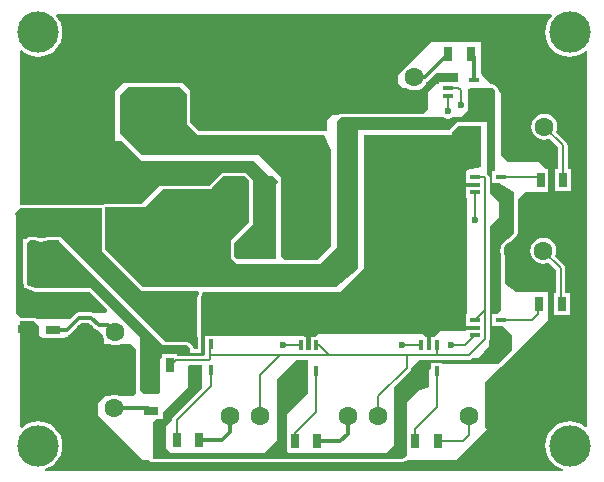
<source format=gbl>
G04 Layer_Physical_Order=2*
G04 Layer_Color=16711680*
%FSLAX44Y44*%
%MOMM*%
G71*
G01*
G75*
%ADD10R,1.3000X0.7000*%
%ADD12C,0.2000*%
%ADD13C,3.5000*%
%ADD14C,1.8000*%
%ADD15R,1.8000X1.8000*%
%ADD16C,1.6000*%
%ADD17C,0.6000*%
%ADD18R,0.7000X1.3000*%
%ADD19R,0.8500X0.3500*%
%ADD20R,0.3500X0.8500*%
%ADD21R,10.7000X8.6000*%
%ADD22R,1.0000X3.4000*%
%ADD23C,0.3000*%
G36*
X459917Y388935D02*
X457872Y386444D01*
X455969Y382883D01*
X454797Y379019D01*
X454401Y375000D01*
X454797Y370981D01*
X455969Y367117D01*
X457872Y363556D01*
X460434Y360434D01*
X463556Y357872D01*
X467117Y355969D01*
X470981Y354797D01*
X475000Y354401D01*
X479019Y354797D01*
X482883Y355969D01*
X486444Y357872D01*
X488508Y359566D01*
X489778Y358966D01*
Y41034D01*
X488508Y40434D01*
X486444Y42128D01*
X482883Y44031D01*
X479019Y45203D01*
X475000Y45599D01*
X470981Y45203D01*
X467117Y44031D01*
X463556Y42128D01*
X460434Y39566D01*
X457872Y36444D01*
X455969Y32883D01*
X454797Y29019D01*
X454401Y25000D01*
X454797Y20981D01*
X455969Y17117D01*
X457872Y13556D01*
X460434Y10434D01*
X463556Y7872D01*
X467117Y5969D01*
X469421Y5270D01*
X469232Y4000D01*
X30768D01*
X30579Y5270D01*
X32883Y5969D01*
X36444Y7872D01*
X39566Y10434D01*
X42128Y13556D01*
X44031Y17117D01*
X45203Y20981D01*
X45599Y25000D01*
X45203Y29019D01*
X44031Y32883D01*
X42128Y36444D01*
X39566Y39566D01*
X36444Y42128D01*
X32883Y44031D01*
X29019Y45203D01*
X25000Y45599D01*
X20981Y45203D01*
X17117Y44031D01*
X13556Y42128D01*
X11048Y40070D01*
X9778Y40670D01*
Y130205D01*
X21778D01*
X25778Y126205D01*
Y119000D01*
X26660Y117000D01*
X28500D01*
Y116500D01*
X47500D01*
Y117000D01*
X50778D01*
X50778Y118701D01*
X51078Y118761D01*
X52567Y119756D01*
X61723Y128912D01*
X68314D01*
X73470Y123756D01*
X74959Y122761D01*
X76536Y122447D01*
X79505Y119478D01*
X79683Y118128D01*
X80792Y115453D01*
X81000Y115181D01*
Y111000D01*
X85798D01*
X87528Y110283D01*
X90400Y109905D01*
X93272Y110283D01*
X95002Y111000D01*
X104000D01*
X107941Y107059D01*
Y72000D01*
X108174Y70830D01*
X108815Y69871D01*
X105000Y67205D01*
X93806D01*
X92572Y67717D01*
X89700Y68095D01*
X86828Y67717D01*
X85594Y67205D01*
X81778D01*
X75778Y61205D01*
Y51222D01*
X113795Y13205D01*
X119099D01*
X119174Y12830D01*
X119837Y11837D01*
X120829Y11174D01*
X122000Y10941D01*
X333000D01*
X333108Y10963D01*
X333217Y10949D01*
X333690Y11078D01*
X334170Y11174D01*
X334262Y11235D01*
X334368Y11264D01*
X338250Y13205D01*
X378778D01*
X404778Y39205D01*
X403778Y40205D01*
X403778Y78778D01*
X416181Y91181D01*
X416233Y91215D01*
X416305Y91234D01*
X416726Y91545D01*
X417163Y91837D01*
X417204Y91899D01*
X417264Y91944D01*
X420440Y95440D01*
X456778Y131778D01*
X456778Y155000D01*
X429862D01*
X420778Y162000D01*
Y194546D01*
X421636Y195664D01*
X423295Y196937D01*
X424384Y197388D01*
X425377Y198051D01*
X430163Y202837D01*
X430826Y203829D01*
X431059Y205000D01*
X431059Y205000D01*
Y233486D01*
X437573Y240000D01*
X455937Y240000D01*
X456000Y240000D01*
X457000Y240500D01*
X457000Y240652D01*
Y259500D01*
X454484D01*
X448778Y265205D01*
X422778D01*
X416778Y271205D01*
X416778Y323222D01*
X415059Y324941D01*
Y326000D01*
X414826Y327170D01*
X414163Y328163D01*
X412163Y330163D01*
X411171Y330826D01*
X410000Y331059D01*
X410000Y331059D01*
X408941D01*
X401250Y338750D01*
Y339250D01*
X400750D01*
X399778Y340222D01*
X399778Y367205D01*
X358205Y367206D01*
X329778Y338778D01*
X329778Y332205D01*
X333778Y328205D01*
X337092D01*
X338153Y327392D01*
X340828Y326283D01*
X343700Y325905D01*
X346572Y326283D01*
X349247Y327392D01*
X351545Y329155D01*
X353308Y331453D01*
X353814Y332673D01*
X354256Y332761D01*
X355744Y333756D01*
X362194Y340205D01*
X380778D01*
Y333205D01*
X380462Y332889D01*
X379250Y332750D01*
Y332750D01*
X364750D01*
Y331205D01*
X361778D01*
X354778Y324205D01*
Y310205D01*
X350632Y306059D01*
X281750Y306059D01*
X281328Y305975D01*
X280899Y305938D01*
X280747Y305859D01*
X280580Y305826D01*
X280222Y305587D01*
X279839Y305389D01*
X279610Y305205D01*
X273928D01*
X269778Y301055D01*
Y291205D01*
X161120D01*
X154059Y298267D01*
Y323000D01*
X154059Y323000D01*
X153826Y324170D01*
X153778Y324242D01*
Y326205D01*
X147778Y332205D01*
X96778D01*
X89778Y325205D01*
Y283205D01*
X95778D01*
X112778Y266205D01*
X207778D01*
X220778Y253205D01*
X223778D01*
X227941Y249042D01*
Y247368D01*
X226778Y246205D01*
Y183205D01*
X193120D01*
X191059Y185267D01*
Y196733D01*
X195163Y200837D01*
X195363Y201137D01*
X195663Y201337D01*
X206163Y211837D01*
X206826Y212829D01*
X207059Y214000D01*
X207059Y214000D01*
Y249000D01*
X206826Y250171D01*
X206163Y251163D01*
X206163Y251163D01*
X202163Y255163D01*
X201171Y255826D01*
X201155Y255829D01*
X200778Y256205D01*
X180778D01*
X169778Y245205D01*
X127778D01*
X112632Y230059D01*
X82000D01*
X80829Y229826D01*
X79901Y229205D01*
X9778D01*
Y359329D01*
X11048Y359930D01*
X13556Y357872D01*
X17117Y355969D01*
X20981Y354797D01*
X25000Y354401D01*
X29019Y354797D01*
X32883Y355969D01*
X36444Y357872D01*
X39566Y360434D01*
X42128Y363556D01*
X44031Y367117D01*
X45203Y370981D01*
X45599Y375000D01*
X45203Y379019D01*
X44031Y382883D01*
X42128Y386444D01*
X40083Y388935D01*
X40684Y390205D01*
X459316D01*
X459917Y388935D01*
D02*
G37*
G36*
X145000Y329000D02*
X151000Y323000D01*
Y297000D01*
X160000Y288000D01*
X267000Y288000D01*
X273000Y275000D01*
Y213000D01*
Y194000D01*
X261000Y182000D01*
X234000Y182000D01*
X231000Y185000D01*
Y252000D01*
X212000Y271000D01*
X113000D01*
X94000Y290000D01*
X94000Y322000D01*
X101000Y329000D01*
X145000Y329000D01*
D02*
G37*
G36*
X78941Y191000D02*
X78941Y191000D01*
X79000Y190704D01*
Y189118D01*
X82153Y186521D01*
X111837Y156837D01*
X112829Y156174D01*
X114000Y155941D01*
X114000Y155941D01*
X160059D01*
X161000Y155000D01*
Y153840D01*
X160264Y152368D01*
X160235Y152262D01*
X160174Y152170D01*
X160078Y151690D01*
X159949Y151217D01*
X159963Y151108D01*
X159941Y151000D01*
Y118250D01*
X160174Y117079D01*
X160191Y117054D01*
Y106809D01*
X156809D01*
Y107250D01*
X156576Y108420D01*
X156310Y108818D01*
X155913Y109413D01*
X155913Y109413D01*
X153163Y112163D01*
X152170Y112826D01*
X151000Y113059D01*
X151000Y113059D01*
X132941D01*
X46000Y200000D01*
X45860D01*
X45826Y200170D01*
X45163Y201163D01*
X44170Y201826D01*
X43000Y202059D01*
X33425D01*
X32255Y201826D01*
X30234Y200989D01*
X27900Y200682D01*
X25566Y200989D01*
X23545Y201826D01*
X22375Y202059D01*
X18000D01*
X16830Y201826D01*
X15837Y201163D01*
X14674Y200000D01*
X12000D01*
Y163000D01*
X12941Y162059D01*
Y161000D01*
X12956Y160924D01*
X12945Y160848D01*
X13072Y160342D01*
X13174Y159830D01*
X13217Y159765D01*
X13236Y159691D01*
X13547Y159271D01*
X13837Y158837D01*
X13901Y158794D01*
X13947Y158732D01*
X14395Y158464D01*
X14829Y158174D01*
X14905Y158159D01*
X14971Y158119D01*
X17941Y157059D01*
X18000Y157000D01*
X18106D01*
X21971Y155619D01*
X22488Y155543D01*
X23000Y155441D01*
X68233D01*
X83000Y140674D01*
Y138000D01*
X82000Y137000D01*
X73076D01*
X71971Y137739D01*
X70215Y138088D01*
X59822D01*
X58067Y137739D01*
X56578Y136744D01*
X51834Y132000D01*
X24309D01*
X23941Y132368D01*
X22949Y133031D01*
X21778Y133264D01*
X21778Y133264D01*
X9778D01*
X9743Y133257D01*
X6000Y137000D01*
Y220000D01*
X5000Y221000D01*
X10147Y226147D01*
X78941D01*
Y191000D01*
D02*
G37*
G36*
X412000Y326000D02*
Y322000D01*
X412000Y257250D01*
X409750D01*
Y247750D01*
X415600D01*
X428000Y240000D01*
Y205000D01*
X423214Y200214D01*
X421753Y199608D01*
X419455Y197845D01*
X417691Y195547D01*
X417086Y194086D01*
X417000Y194000D01*
Y193878D01*
X416583Y192872D01*
X416205Y190000D01*
X416583Y187128D01*
X417000Y186122D01*
Y139000D01*
X416000D01*
X413252Y136252D01*
X409750D01*
Y126752D01*
X411000D01*
Y126000D01*
X419000Y126000D01*
X426000Y119000D01*
X426000Y106111D01*
X415000Y94000D01*
X367250D01*
Y95250D01*
X357750D01*
Y90750D01*
X356000Y89000D01*
Y75000D01*
X347000Y71000D01*
X337000Y61000D01*
Y16000D01*
X333000Y14000D01*
X122000D01*
Y45000D01*
X125000Y48000D01*
X130500D01*
Y53500D01*
X152000Y75000D01*
Y92000D01*
X153172Y93172D01*
X164000D01*
Y73768D01*
X139616Y49384D01*
X138732Y48061D01*
X138681Y47802D01*
X138422Y46500D01*
X138422Y46500D01*
Y46422D01*
X133000Y41000D01*
X133000Y23000D01*
X137000Y19000D01*
X216000Y19000D01*
X227000Y30000D01*
X227000Y81000D01*
X243672Y97672D01*
X254000D01*
X254000Y70000D01*
X235490Y51490D01*
Y20350D01*
X236000Y19840D01*
Y19500D01*
X236340D01*
X237000Y18840D01*
X237160Y19000D01*
X320000D01*
X326000Y25000D01*
Y74230D01*
X339884Y88113D01*
X339884Y88113D01*
X340768Y89437D01*
X341078Y90997D01*
Y91078D01*
X347672Y97672D01*
X362000D01*
X362000Y97672D01*
X362000Y97672D01*
X389750D01*
X389750Y97672D01*
X391052Y97931D01*
X391311Y97982D01*
X392634Y98866D01*
X392768Y99000D01*
X398471D01*
X407000Y109357D01*
X407000Y113508D01*
X407018Y113534D01*
X407328Y115095D01*
Y138408D01*
X407518Y138691D01*
X407828Y140252D01*
X407518Y141813D01*
X407328Y142096D01*
Y211328D01*
X415000Y219000D01*
Y231000D01*
X408000Y238000D01*
Y247000D01*
X407328Y247672D01*
Y251664D01*
X407018Y253225D01*
X406134Y254548D01*
X405298Y255384D01*
X405000Y255583D01*
Y299000D01*
X379571D01*
X373571Y292000D01*
X296000Y292000D01*
Y175000D01*
X277000Y159000D01*
X268000Y159000D01*
X114000D01*
X82000Y191000D01*
Y227000D01*
X116000D01*
X131000Y242000D01*
X172000Y242000D01*
Y243000D01*
X182000Y253000D01*
X200000D01*
X204000Y249000D01*
Y214000D01*
X193500Y203500D01*
X193000D01*
Y203000D01*
X188000Y198000D01*
Y184000D01*
X193000Y179000D01*
X233704D01*
X234000Y178941D01*
X234000Y178941D01*
X261000Y178941D01*
X261295Y179000D01*
X264000D01*
X278000Y193000D01*
Y300000D01*
X281750Y303000D01*
X368683Y303000D01*
X369659Y302348D01*
X372000Y301882D01*
X374341Y302348D01*
X375317Y303000D01*
X383000D01*
X389000Y309000D01*
Y313159D01*
X389118Y313750D01*
X389000Y314341D01*
X389000Y327400D01*
X392000Y328000D01*
X410000D01*
X412000Y326000D01*
D02*
G37*
G36*
X400000Y260600D02*
X388000Y258200D01*
X387750Y257250D01*
X387750Y257250D01*
Y247750D01*
X399172D01*
Y244250D01*
X387750D01*
Y234750D01*
X388000D01*
Y136252D01*
X387750D01*
Y126752D01*
X399171D01*
Y123252D01*
X387750D01*
Y122000D01*
X365000D01*
X360250Y117250D01*
X357750D01*
Y105828D01*
X354250D01*
Y117250D01*
X353000D01*
Y118000D01*
X351000Y120000D01*
X262000D01*
X259250Y117250D01*
X255750D01*
Y105828D01*
X252250D01*
Y117250D01*
X250750D01*
X249000Y119000D01*
X248000Y118000D01*
X176250D01*
Y118250D01*
X166750D01*
Y110644D01*
X166672Y110250D01*
X166672Y110250D01*
Y102672D01*
X165328Y101328D01*
X143000D01*
Y102500D01*
X130000D01*
Y100000D01*
X128000Y98000D01*
Y89000D01*
Y70000D01*
X127000Y69000D01*
X114000D01*
X111000Y72000D01*
Y117000D01*
X69500Y158500D01*
X23000D01*
X16000Y161000D01*
Y175000D01*
Y197000D01*
X18000Y199000D01*
X22375D01*
X24767Y198009D01*
X27900Y197596D01*
X31033Y198009D01*
X33425Y199000D01*
X43000D01*
Y198000D01*
X131000Y110000D01*
X151000D01*
X153750Y107250D01*
Y103750D01*
X163250D01*
Y118250D01*
X163000D01*
Y151000D01*
X165000Y155000D01*
X280611Y155000D01*
X301000Y174316D01*
X301000Y288000D01*
X373332D01*
X376000Y288000D01*
X375729Y288271D01*
X375606Y288675D01*
X375734Y289837D01*
X375800Y289936D01*
X375894Y290009D01*
X380978Y295941D01*
X400000D01*
X400000Y260600D01*
D02*
G37*
%LPC*%
G36*
X453700Y306095D02*
X450828Y305717D01*
X448153Y304608D01*
X445855Y302845D01*
X444091Y300547D01*
X442983Y297872D01*
X442605Y295000D01*
X442983Y292128D01*
X444091Y289453D01*
X445855Y287155D01*
X448153Y285392D01*
X450828Y284283D01*
X453700Y283905D01*
X456572Y284283D01*
X458041Y284892D01*
X465422Y277511D01*
Y259500D01*
X463000D01*
Y240500D01*
X476000D01*
Y259500D01*
X473578D01*
Y279200D01*
X473578Y279200D01*
X473268Y280761D01*
X472384Y282084D01*
X463808Y290659D01*
X464417Y292128D01*
X464795Y295000D01*
X464417Y297872D01*
X463308Y300547D01*
X461545Y302845D01*
X459248Y304608D01*
X456572Y305717D01*
X453700Y306095D01*
D02*
G37*
G36*
X452700Y201095D02*
X449828Y200717D01*
X447152Y199608D01*
X444855Y197845D01*
X443092Y195547D01*
X441983Y192872D01*
X441605Y190000D01*
X441983Y187128D01*
X443092Y184453D01*
X444855Y182155D01*
X447152Y180392D01*
X449828Y179283D01*
X452700Y178905D01*
X455572Y179283D01*
X457041Y179892D01*
X463422Y173511D01*
Y154500D01*
X462000D01*
Y135500D01*
X475000D01*
Y154500D01*
X471578D01*
Y175200D01*
X471268Y176761D01*
X470384Y178084D01*
X470384Y178084D01*
X462808Y185659D01*
X463417Y187128D01*
X463795Y190000D01*
X463417Y192872D01*
X462309Y195547D01*
X460545Y197845D01*
X458247Y199608D01*
X455572Y200717D01*
X452700Y201095D01*
D02*
G37*
%LPD*%
D10*
X121000Y73500D02*
D03*
Y54500D02*
D03*
X38000Y142000D02*
D03*
Y123000D02*
D03*
X14000Y142500D02*
D03*
Y123500D02*
D03*
D12*
X448500Y136500D02*
Y146000D01*
X363000Y58000D02*
Y88000D01*
X231000Y111000D02*
X232000Y110000D01*
X333000D02*
X349500D01*
X141407Y97250D02*
X170000D01*
X395000Y131502D02*
X403250Y139752D01*
Y115095D02*
Y139752D01*
X400906Y112752D02*
X403250Y115095D01*
X400752Y112752D02*
X400906D01*
X389750Y101750D02*
X400752Y112752D01*
X362000Y101750D02*
X389750D01*
X171000D02*
X229750D01*
X212700Y84700D02*
X229750Y101750D01*
X212700Y50000D02*
Y84700D01*
X403250Y140752D02*
X403750Y140252D01*
X395000Y252500D02*
X402414D01*
X403250Y251664D01*
Y140752D02*
Y251664D01*
X271250Y101750D02*
X337000D01*
X229750D02*
X271250D01*
X263000Y110000D02*
X271250Y101750D01*
X260500Y110000D02*
X263000D01*
X170750Y102000D02*
X171000Y101750D01*
X337000D02*
X362000D01*
X337000Y90997D02*
Y101750D01*
X312700Y66697D02*
X337000Y90997D01*
X312700Y50000D02*
Y66697D01*
X362000Y101750D02*
X362500Y102250D01*
Y110000D01*
X170750Y102000D02*
Y110250D01*
Y98000D02*
Y102000D01*
Y110250D02*
X171500Y111000D01*
X170000Y97250D02*
X170750Y98000D01*
X136500Y93000D02*
X137157D01*
X141407Y97250D01*
X372000Y308000D02*
Y321500D01*
X381000Y328000D02*
X383000Y326000D01*
Y313750D02*
Y326000D01*
X372000Y328000D02*
X381000D01*
X395000Y239500D02*
X395000Y239500D01*
X395000Y216000D02*
Y239500D01*
X375000Y110000D02*
X386498D01*
X395000Y118502D01*
X232000Y110000D02*
X247500D01*
X260500Y53500D02*
Y88000D01*
X344500Y29000D02*
Y39500D01*
X363000Y58000D01*
X417000Y131502D02*
X443502D01*
X467500Y146000D02*
Y175200D01*
X452700Y190000D02*
X467500Y175200D01*
X469500Y250000D02*
Y279200D01*
X453700Y295000D02*
X469500Y279200D01*
X417000Y252500D02*
X448000D01*
X450500Y250000D01*
X242500Y29000D02*
Y35500D01*
X260500Y53500D01*
X390300Y34300D02*
Y50000D01*
X363500Y29000D02*
X385000D01*
X390300Y34300D01*
X171500Y75500D02*
Y89000D01*
X142500Y30000D02*
Y46500D01*
X171500Y75500D01*
X443502Y131502D02*
X448500Y136500D01*
D13*
X96500Y254000D02*
D03*
X66000Y301000D02*
D03*
X126500D02*
D03*
X475000Y375000D02*
D03*
Y25000D02*
D03*
X25000Y375000D02*
D03*
Y25000D02*
D03*
D14*
X104100Y184300D02*
D03*
X27900D02*
D03*
Y209700D02*
D03*
D15*
X104100D02*
D03*
D16*
X64300Y57000D02*
D03*
X89700D02*
D03*
X65000Y121000D02*
D03*
X90400D02*
D03*
X343700Y337000D02*
D03*
X318300D02*
D03*
X453700Y295000D02*
D03*
X428300D02*
D03*
X452700Y190000D02*
D03*
X427300D02*
D03*
X390300Y50000D02*
D03*
X415700D02*
D03*
X287300D02*
D03*
X312700D02*
D03*
X187300D02*
D03*
X212700D02*
D03*
D17*
X383000Y292000D02*
D03*
X372000Y308000D02*
D03*
X383000Y313750D02*
D03*
X395000Y216000D02*
D03*
X375000Y110000D02*
D03*
X333000D02*
D03*
X232000D02*
D03*
X133500Y136000D02*
D03*
X146000Y234000D02*
D03*
X150000Y359000D02*
D03*
D18*
X220500Y194000D02*
D03*
X239500D02*
D03*
X180500D02*
D03*
X199500D02*
D03*
X117500Y93000D02*
D03*
X136500D02*
D03*
X372500Y357000D02*
D03*
X391500D02*
D03*
X469500Y250000D02*
D03*
X450500D02*
D03*
X468500Y145000D02*
D03*
X449500D02*
D03*
X363500Y29000D02*
D03*
X344500D02*
D03*
X261500D02*
D03*
X242500D02*
D03*
X161500Y30000D02*
D03*
X142500D02*
D03*
D19*
X394000Y334500D02*
D03*
Y321500D02*
D03*
X372000Y334500D02*
D03*
Y328000D02*
D03*
Y321500D02*
D03*
X417000Y252500D02*
D03*
Y239500D02*
D03*
X395000Y252500D02*
D03*
Y246000D02*
D03*
Y239500D02*
D03*
X417000Y131502D02*
D03*
Y118502D02*
D03*
X395000Y131502D02*
D03*
Y125002D02*
D03*
Y118502D02*
D03*
D20*
X362500Y88000D02*
D03*
X349500D02*
D03*
X362500Y110000D02*
D03*
X356000D02*
D03*
X349500D02*
D03*
X260500Y88000D02*
D03*
X247500D02*
D03*
X260500Y110000D02*
D03*
X254000D02*
D03*
X247500D02*
D03*
X171500Y89000D02*
D03*
X158500D02*
D03*
X171500Y111000D02*
D03*
X165000D02*
D03*
X158500D02*
D03*
D21*
X215000Y340000D02*
D03*
D22*
X189600Y234000D02*
D03*
X215000D02*
D03*
X240400D02*
D03*
D23*
X38000Y123000D02*
X49322D01*
X59822Y133500D01*
X70215D01*
X76715Y127000D01*
X81685D01*
X82185Y127500D01*
X83900D01*
X90400Y121000D01*
X287300Y35300D02*
Y50000D01*
X187300Y36300D02*
Y50000D01*
X161500Y30000D02*
X181000D01*
X187300Y36300D01*
X261500Y29000D02*
X281000D01*
X287300Y35300D01*
X394000Y334500D02*
Y354500D01*
X391500Y357000D02*
X394000Y354500D01*
X343700Y337000D02*
X352500D01*
X372500Y357000D01*
X89700Y57000D02*
X118500D01*
X121000Y54500D01*
M02*

</source>
